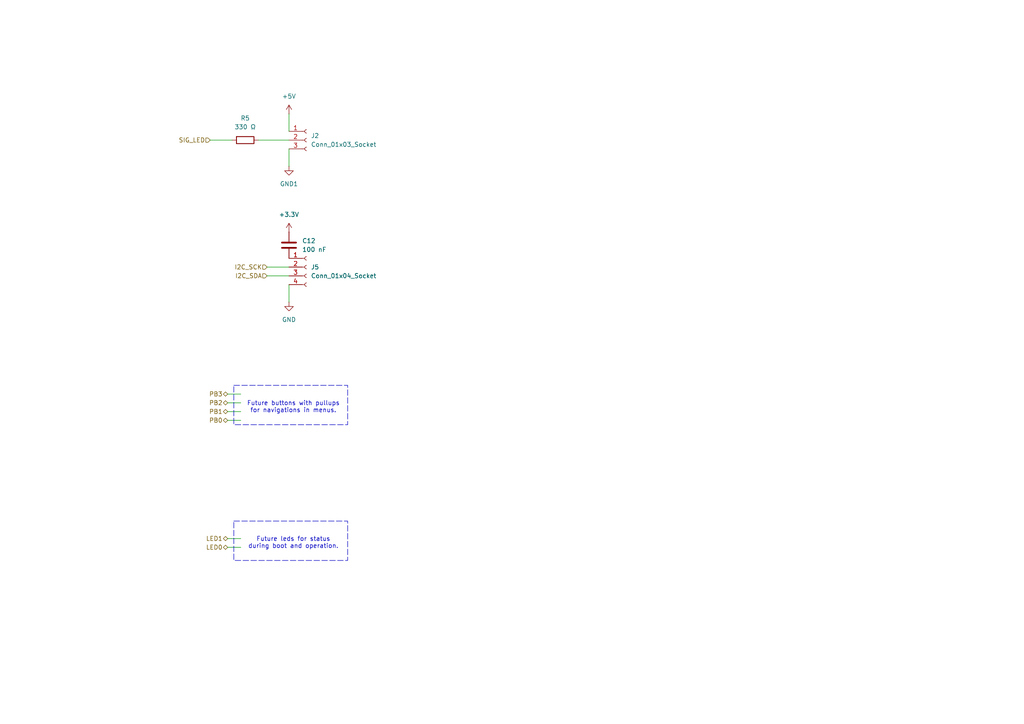
<source format=kicad_sch>
(kicad_sch (version 20231120) (generator "eeschema") (generator_version "8.0")
  (paper "A4")
  (title_block (title "OutputPeripherals"))
  (lib_symbols
    (symbol "Connector:Conn_01x03_Socket" (pin_names (offset 1.016) hide)
      (property "Reference" "J" (at 0 5.08 0))
      (property "Value" "Conn_01x03_Socket" (at 0 -5.08 0))
      (symbol "Conn_01x03_Socket_1_1"
        (arc (start 0 -2.032) (mid -0.5058 -2.54) (end 0 -3.048) (stroke (width 0.1524)))
        (polyline (pts (xy -1.27 -2.54) (xy -0.508 -2.54)) (stroke (width 0.1524)))
        (polyline (pts (xy -1.27 0) (xy -0.508 0)) (stroke (width 0.1524)))
        (polyline (pts (xy -1.27 2.54) (xy -0.508 2.54)) (stroke (width 0.1524)))
        (arc (start 0 0.508) (mid -0.5058 0) (end 0 -0.508) (stroke (width 0.1524)))
        (arc (start 0 3.048) (mid -0.5058 2.54) (end 0 2.032) (stroke (width 0.1524)))
        (pin passive line (at -5.08 2.54 0) (length 3.81) (name "Pin_1") (number "1"))
        (pin passive line (at -5.08 0 0) (length 3.81) (name "Pin_2") (number "2"))
        (pin passive line (at -5.08 -2.54 0) (length 3.81) (name "Pin_3") (number "3"))
      )
    )
    (symbol "Connector:Conn_01x04_Socket" (pin_names (offset 1.016) hide)
      (property "Reference" "J" (at 0 5.08 0))
      (property "Value" "Conn_01x04_Socket" (at 0 -7.62 0))
      (symbol "Conn_01x04_Socket_1_1"
        (arc (start 0 -4.572) (mid -0.5058 -5.08) (end 0 -5.588) (stroke (width 0.1524)))
        (arc (start 0 -2.032) (mid -0.5058 -2.54) (end 0 -3.048) (stroke (width 0.1524)))
        (polyline (pts (xy -1.27 -5.08) (xy -0.508 -5.08)) (stroke (width 0.1524)))
        (polyline (pts (xy -1.27 -2.54) (xy -0.508 -2.54)) (stroke (width 0.1524)))
        (polyline (pts (xy -1.27 0) (xy -0.508 0)) (stroke (width 0.1524)))
        (polyline (pts (xy -1.27 2.54) (xy -0.508 2.54)) (stroke (width 0.1524)))
        (arc (start 0 0.508) (mid -0.5058 0) (end 0 -0.508) (stroke (width 0.1524)))
        (arc (start 0 3.048) (mid -0.5058 2.54) (end 0 2.032) (stroke (width 0.1524)))
        (pin passive line (at -5.08 2.54 0) (length 3.81) (name "Pin_1") (number "1"))
        (pin passive line (at -5.08 0 0) (length 3.81) (name "Pin_2") (number "2"))
        (pin passive line (at -5.08 -2.54 0) (length 3.81) (name "Pin_3") (number "3"))
        (pin passive line (at -5.08 -5.08 0) (length 3.81) (name "Pin_4") (number "4"))
      )
    )
    (symbol "Device:C" (pin_numbers hide) (pin_names (offset 0.254))
      (property "Reference" "C" (at 0.635 2.54 0))
      (property "Value" "C" (at 0.635 -2.54 0))
      (symbol "C_0_1"
        (polyline (pts (xy -2.032 -0.762) (xy 2.032 -0.762)) (stroke (width 0.508)))
        (polyline (pts (xy -2.032 0.762) (xy 2.032 0.762)) (stroke (width 0.508)))
      )
      (symbol "C_1_1"
        (pin passive line (at 0 3.81 270) (length 2.794) (name "~") (number "1"))
        (pin passive line (at 0 -3.81 90) (length 2.794) (name "~") (number "2"))
      )
    )
    (symbol "Device:R" (pin_numbers hide) (pin_names (offset 0))
      (property "Reference" "R" (at 2.032 0 90))
      (property "Value" "R" (at 0 0 90))
      (symbol "R_0_1"
        (rectangle (start -1.016 -2.54) (end 1.016 2.54) (stroke (width 0.254)))
      )
      (symbol "R_1_1"
        (pin passive line (at 0 3.81 270) (length 1.27) (name "~") (number "1"))
        (pin passive line (at 0 -3.81 90) (length 1.27) (name "~") (number "2"))
      )
    )
    (symbol "power:+3.3V" (power) (pin_numbers hide) (pin_names (offset 0) hide)
      (property "Value" "+3.3V" (at 0 3.556 0))
      (symbol "+3.3V_0_1"
        (polyline (pts (xy -0.762 1.27) (xy 0 2.54)))
        (polyline (pts (xy 0 0) (xy 0 2.54)))
        (polyline (pts (xy 0 2.54) (xy 0.762 1.27)))
      )
      (symbol "+3.3V_1_1"
        (pin power_in line (at 0 0 90) (length 0) (name "~") (number "1"))
      )
    )
    (symbol "power:+5V" (power) (pin_numbers hide) (pin_names (offset 0) hide)
      (property "Value" "+5V" (at 0 3.556 0))
      (symbol "+5V_0_1"
        (polyline (pts (xy -0.762 1.27) (xy 0 2.54)))
        (polyline (pts (xy 0 0) (xy 0 2.54)))
        (polyline (pts (xy 0 2.54) (xy 0.762 1.27)))
      )
      (symbol "+5V_1_1"
        (pin power_in line (at 0 0 90) (length 0) (name "~") (number "1"))
      )
    )
    (symbol "power:GND" (power) (pin_numbers hide) (pin_names (offset 0) hide)
      (property "Value" "GND" (at 0 -3.81 0))
      (symbol "GND_0_1"
        (polyline (pts (xy 0 0) (xy 0 -1.27) (xy 1.27 -1.27) (xy 0 -2.54) (xy -1.27 -1.27) (xy 0 -1.27)))
      )
      (symbol "GND_1_1"
        (pin power_in line (at 0 0 270) (length 0) (name "~") (number "1"))
      )
    )
    (symbol "power:GND1" (power) (pin_numbers hide) (pin_names (offset 0) hide)
      (property "Value" "GND1" (at 0 -3.81 0))
      (symbol "GND1_0_1"
        (polyline (pts (xy 0 0) (xy 0 -1.27) (xy 1.27 -1.27) (xy 0 -2.54) (xy -1.27 -1.27) (xy 0 -1.27)))
      )
      (symbol "GND1_1_1"
        (pin power_in line (at 0 0 270) (length 0) (name "~") (number "1"))
      )
    )
  )
  (wire (pts (xy 74.93 40.64) (xy 83.82 40.64)))
  (wire (pts (xy 83.82 33.02) (xy 83.82 38.1)))
  (wire (pts (xy 60.96 40.64) (xy 67.31 40.64)))
  (wire (pts (xy 69.85 156.21) (xy 66.04 156.21)))
  (wire (pts (xy 69.85 121.92) (xy 66.04 121.92)))
  (wire (pts (xy 77.47 80.01) (xy 83.82 80.01)))
  (wire (pts (xy 83.82 82.55) (xy 83.82 87.63)))
  (wire (pts (xy 77.47 77.47) (xy 83.82 77.47)))
  (wire (pts (xy 69.85 114.3) (xy 66.04 114.3)))
  (wire (pts (xy 69.85 119.38) (xy 66.04 119.38)))
  (wire (pts (xy 69.85 158.75) (xy 66.04 158.75)))
  (wire (pts (xy 69.85 116.84) (xy 66.04 116.84)))
  (wire (pts (xy 83.82 43.18) (xy 83.82 48.26)))
  (rectangle (start 67.818 111.76) (end 100.838 123.19) (stroke (width 0) (type dash)))
  (rectangle (start 67.818 151.13) (end 100.838 162.56) (stroke (width 0) (type dash)))
  (text "Future leds for status\nduring boot and operation.\n" (at 85.09 157.48 0) (effects (font (size 1.27 1.27))))
  (text "Future buttons with pullups\nfor navigations in menus." (at 85.09 118.11 0) (effects (font (size 1.27 1.27))))
  (hierarchical_label "PB2" (shape bidirectional) (at 66.04 116.84 180))
  (hierarchical_label "SIG_LED" (shape input) (at 60.96 40.64 180))
  (hierarchical_label "PB0" (shape bidirectional) (at 66.04 121.92 180))
  (hierarchical_label "PB1" (shape bidirectional) (at 66.04 119.38 180))
  (hierarchical_label "PB3" (shape bidirectional) (at 66.04 114.3 180))
  (hierarchical_label "LED1" (shape bidirectional) (at 66.04 156.21 180))
  (hierarchical_label "I2C_SDA" (shape input) (at 77.47 80.01 180))
  (hierarchical_label "LED0" (shape bidirectional) (at 66.04 158.75 180))
  (hierarchical_label "I2C_SCK" (shape input) (at 77.47 77.47 180))
  (symbol (lib_id "power:GND") (at 83.82 87.63 0) (unit 1)
    (property "Reference" "#PWR019" (effects (hide yes)))
    (property "Value" "GND" (at 83.82 92.71 0))
    (property "Description" "Power symbol creates a global label with name \"GND\" , ground" (effects (hide yes)))
  )
  (symbol (lib_id "power:+3.3V") (at 83.82 67.31 0) (unit 1)
    (property "Reference" "#PWR026" (effects (hide yes)))
    (property "Value" "+3.3V" (at 83.82 62.23 0))
    (property "Description" "Power symbol creates a global label with name \"+3.3V\"" (effects (hide yes)))
  )
  (symbol (lib_id "Device:R") (at 71.12 40.64 90) (unit 1)
    (property "Reference" "R5" (at 71.12 34.29 90))
    (property "Value" "330 Ω" (at 71.12 36.83 90))
    (property "Description" "Resistor" (effects (hide yes)))
  )
  (symbol (lib_id "Connector:Conn_01x04_Socket") (at 88.9 77.47 0) (unit 1)
    (property "Reference" "J5" (at 90.17 77.4699 0) (effects (justify left)))
    (property "Value" "Conn_01x04_Socket" (at 90.17 80.0099 0) (effects (justify left)))
    (property "Description" "Generic connector, single row, 01x04, script generated" (effects (hide yes)))
  )
  (symbol (lib_id "Connector:Conn_01x03_Socket") (at 88.9 40.64 0) (unit 1)
    (property "Reference" "J2" (at 90.17 39.3699 0) (effects (justify left)))
    (property "Value" "Conn_01x03_Socket" (at 90.17 41.9099 0) (effects (justify left)))
    (property "Description" "Generic connector, single row, 01x03, script generated" (effects (hide yes)))
  )
  (symbol (lib_id "power:+5V") (at 83.82 33.02 0) (unit 1)
    (property "Reference" "#PWR024" (effects (hide yes)))
    (property "Value" "+5V" (at 83.82 27.94 0))
    (property "Description" "Power symbol creates a global label with name \"+5V\"" (effects (hide yes)))
  )
  (symbol (lib_id "power:GND1") (at 83.82 48.26 0) (unit 1)
    (property "Reference" "#PWR025" (effects (hide yes)))
    (property "Value" "GND1" (at 83.82 53.34 0))
    (property "Description" "Power symbol creates a global label with name \"GND1\" , ground" (effects (hide yes)))
  )
  (symbol (lib_id "Device:C") (at 83.82 71.12 0) (unit 1)
    (property "Reference" "C12" (at 87.63 69.8499 0) (effects (justify left)))
    (property "Value" "100 nF" (at 87.63 72.3899 0) (effects (justify left)))
    (property "Description" "Unpolarized capacitor" (effects (hide yes)))
  )
)
</source>
